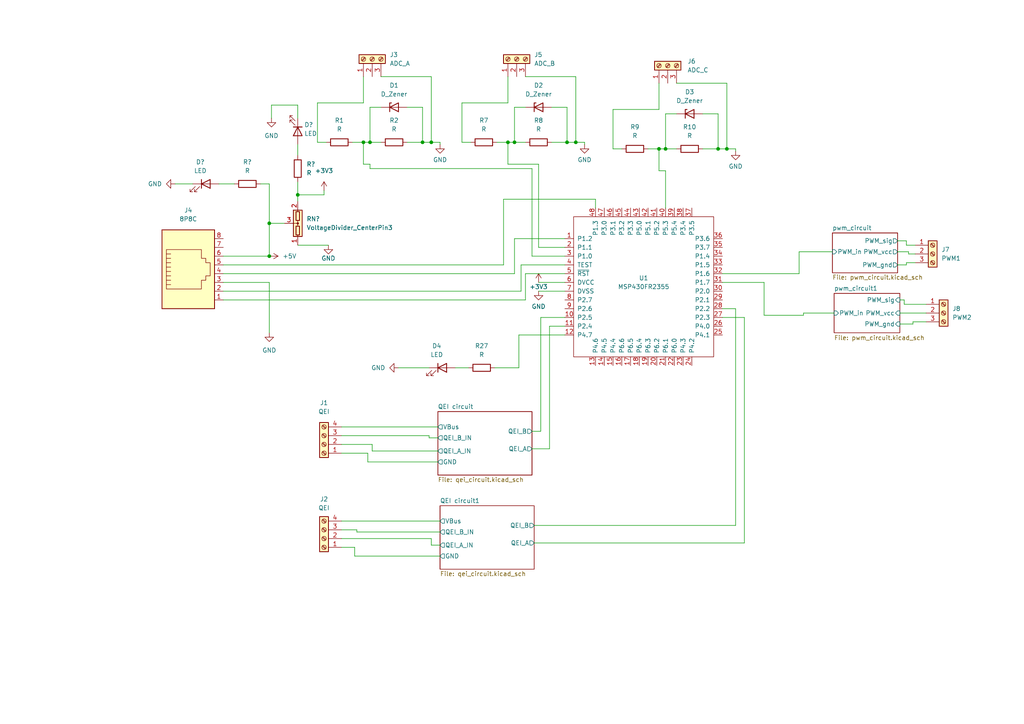
<source format=kicad_sch>
(kicad_sch (version 20211123) (generator eeschema)
  (paper "A4")
  (title_block (title "Remex") (date "2022-06-02") (rev "4.0.0") (company "Montana Tech NRMC") (comment 2 "creativecommons.org/licenses/by/4.0") (comment 3 "License: CC BY 4.0") (comment 4 "Author: Justin Bak"))
  (lib_symbols
    (symbol "Connector:8P8C" (pin_names (offset 1.016))
      (property "Reference" "J" (at -5.08 13.97 0))
      (property "Value" "8P8C" (at 2.54 13.97 0))
      (symbol "8P8C_0_1"
        (polyline (pts (xy -5.08 4.445) (xy -6.35 4.445)))
        (polyline (pts (xy -5.08 5.715) (xy -6.35 5.715)))
        (polyline (pts (xy -6.35 -3.175) (xy -5.08 -3.175) (xy -5.08 -3.175)))
        (polyline (pts (xy -6.35 -1.905) (xy -5.08 -1.905) (xy -5.08 -1.905)))
        (polyline (pts (xy -6.35 -0.635) (xy -5.08 -0.635) (xy -5.08 -0.635)))
        (polyline (pts (xy -6.35 0.635) (xy -5.08 0.635) (xy -5.08 0.635)))
        (polyline (pts (xy -6.35 1.905) (xy -5.08 1.905) (xy -5.08 1.905)))
        (polyline (pts (xy -5.08 3.175) (xy -6.35 3.175) (xy -6.35 3.175)))
        (polyline (pts (xy -6.35 -4.445) (xy -6.35 6.985) (xy 3.81 6.985) (xy 3.81 4.445) (xy 5.08 4.445) (xy 5.08 3.175) (xy 6.35 3.175) (xy 6.35 -0.635) (xy 5.08 -0.635) (xy 5.08 -1.905) (xy 3.81 -1.905) (xy 3.81 -4.445) (xy -6.35 -4.445) (xy -6.35 -4.445)))
        (rectangle (start 7.62 12.7) (end -7.62 -10.16) (stroke (width 0.254)) (fill (type background)))
      )
      (symbol "8P8C_1_1"
        (pin passive line (at 10.16 -7.62 180) (length 2.54) (name "~") (number "1"))
        (pin passive line (at 10.16 -5.08 180) (length 2.54) (name "~") (number "2"))
        (pin passive line (at 10.16 -2.54 180) (length 2.54) (name "~") (number "3"))
        (pin passive line (at 10.16 0 180) (length 2.54) (name "~") (number "4"))
        (pin passive line (at 10.16 2.54 180) (length 2.54) (name "~") (number "5"))
        (pin passive line (at 10.16 5.08 180) (length 2.54) (name "~") (number "6"))
        (pin passive line (at 10.16 7.62 180) (length 2.54) (name "~") (number "7"))
        (pin passive line (at 10.16 10.16 180) (length 2.54) (name "~") (number "8"))
      )
    )
    (symbol "Connector:Screw_Terminal_01x03" (pin_names (offset 1.016) hide)
      (property "Reference" "J" (at 0 5.08 0))
      (property "Value" "Screw_Terminal_01x03" (at 0 -5.08 0))
      (symbol "Screw_Terminal_01x03_1_1"
        (rectangle (start -1.27 3.81) (end 1.27 -3.81) (stroke (width 0.254)) (fill (type background)))
        (circle (center 0 -2.54) (radius 0.635) (stroke (width 0.1524)))
        (polyline (pts (xy -0.5334 -2.2098) (xy 0.3302 -3.048)) (stroke (width 0.1524)))
        (polyline (pts (xy -0.5334 0.3302) (xy 0.3302 -0.508)) (stroke (width 0.1524)))
        (polyline (pts (xy -0.5334 2.8702) (xy 0.3302 2.032)) (stroke (width 0.1524)))
        (polyline (pts (xy -0.3556 -2.032) (xy 0.508 -2.8702)) (stroke (width 0.1524)))
        (polyline (pts (xy -0.3556 0.508) (xy 0.508 -0.3302)) (stroke (width 0.1524)))
        (polyline (pts (xy -0.3556 3.048) (xy 0.508 2.2098)) (stroke (width 0.1524)))
        (circle (center 0 0) (radius 0.635) (stroke (width 0.1524)))
        (circle (center 0 2.54) (radius 0.635) (stroke (width 0.1524)))
        (pin passive line (at -5.08 2.54 0) (length 3.81) (name "Pin_1") (number "1"))
        (pin passive line (at -5.08 0 0) (length 3.81) (name "Pin_2") (number "2"))
        (pin passive line (at -5.08 -2.54 0) (length 3.81) (name "Pin_3") (number "3"))
      )
    )
    (symbol "Connector:Screw_Terminal_01x04" (pin_names (offset 1.016) hide)
      (property "Reference" "J" (at 0 5.08 0))
      (property "Value" "Screw_Terminal_01x04" (at 0 -7.62 0))
      (symbol "Screw_Terminal_01x04_1_1"
        (rectangle (start -1.27 3.81) (end 1.27 -6.35) (stroke (width 0.254)) (fill (type background)))
        (circle (center 0 -5.08) (radius 0.635) (stroke (width 0.1524)))
        (circle (center 0 -2.54) (radius 0.635) (stroke (width 0.1524)))
        (polyline (pts (xy -0.5334 -4.7498) (xy 0.3302 -5.588)) (stroke (width 0.1524)))
        (polyline (pts (xy -0.5334 -2.2098) (xy 0.3302 -3.048)) (stroke (width 0.1524)))
        (polyline (pts (xy -0.5334 0.3302) (xy 0.3302 -0.508)) (stroke (width 0.1524)))
        (polyline (pts (xy -0.5334 2.8702) (xy 0.3302 2.032)) (stroke (width 0.1524)))
        (polyline (pts (xy -0.3556 -4.572) (xy 0.508 -5.4102)) (stroke (width 0.1524)))
        (polyline (pts (xy -0.3556 -2.032) (xy 0.508 -2.8702)) (stroke (width 0.1524)))
        (polyline (pts (xy -0.3556 0.508) (xy 0.508 -0.3302)) (stroke (width 0.1524)))
        (polyline (pts (xy -0.3556 3.048) (xy 0.508 2.2098)) (stroke (width 0.1524)))
        (circle (center 0 0) (radius 0.635) (stroke (width 0.1524)))
        (circle (center 0 2.54) (radius 0.635) (stroke (width 0.1524)))
        (pin passive line (at -5.08 2.54 0) (length 3.81) (name "Pin_1") (number "1"))
        (pin passive line (at -5.08 0 0) (length 3.81) (name "Pin_2") (number "2"))
        (pin passive line (at -5.08 -2.54 0) (length 3.81) (name "Pin_3") (number "3"))
        (pin passive line (at -5.08 -5.08 0) (length 3.81) (name "Pin_4") (number "4"))
      )
    )
    (symbol "Device:D_Zener" (pin_numbers hide) (pin_names (offset 1.016) hide)
      (property "Reference" "D" (at 0 2.54 0))
      (property "Value" "D_Zener" (at 0 -2.54 0))
      (symbol "D_Zener_0_1"
        (polyline (pts (xy 1.27 0) (xy -1.27 0)))
        (polyline (pts (xy -1.27 -1.27) (xy -1.27 1.27) (xy -0.762 1.27)) (stroke (width 0.254)))
        (polyline (pts (xy 1.27 -1.27) (xy 1.27 1.27) (xy -1.27 0) (xy 1.27 -1.27)) (stroke (width 0.254)))
      )
      (symbol "D_Zener_1_1"
        (pin passive line (at -3.81 0 0) (length 2.54) (name "K") (number "1"))
        (pin passive line (at 3.81 0 180) (length 2.54) (name "A") (number "2"))
      )
    )
    (symbol "Device:LED" (pin_numbers hide) (pin_names (offset 1.016) hide)
      (property "Reference" "D" (at 0 2.54 0))
      (property "Value" "LED" (at 0 -2.54 0))
      (symbol "LED_0_1"
        (polyline (pts (xy -1.27 -1.27) (xy -1.27 1.27)) (stroke (width 0.254)))
        (polyline (pts (xy -1.27 0) (xy 1.27 0)))
        (polyline (pts (xy 1.27 -1.27) (xy 1.27 1.27) (xy -1.27 0) (xy 1.27 -1.27)) (stroke (width 0.254)))
        (polyline (pts (xy -3.048 -0.762) (xy -4.572 -2.286) (xy -3.81 -2.286) (xy -4.572 -2.286) (xy -4.572 -1.524)))
        (polyline (pts (xy -1.778 -0.762) (xy -3.302 -2.286) (xy -2.54 -2.286) (xy -3.302 -2.286) (xy -3.302 -1.524)))
      )
      (symbol "LED_1_1"
        (pin passive line (at -3.81 0 0) (length 2.54) (name "K") (number "1"))
        (pin passive line (at 3.81 0 180) (length 2.54) (name "A") (number "2"))
      )
    )
    (symbol "Device:R" (pin_numbers hide) (pin_names (offset 0))
      (property "Reference" "R" (at 2.032 0 90))
      (property "Value" "R" (at 0 0 90))
      (symbol "R_0_1"
        (rectangle (start -1.016 -2.54) (end 1.016 2.54) (stroke (width 0.254)))
      )
      (symbol "R_1_1"
        (pin passive line (at 0 3.81 270) (length 1.27) (name "~") (number "1"))
        (pin passive line (at 0 -3.81 90) (length 1.27) (name "~") (number "2"))
      )
    )
    (symbol "Device:VoltageDivider_CenterPin3" (pin_names (offset 0) hide)
      (property "Reference" "RN" (at -4.445 0 90))
      (property "Value" "VoltageDivider_CenterPin3" (at -2.54 0 90))
      (symbol "VoltageDivider_CenterPin3_0_1"
        (rectangle (start -1.27 -3.81) (end 1.27 3.81) (stroke (width 0.254)) (fill (type background)))
        (rectangle (start -0.508 -3.3782) (end 0.508 -0.8382) (stroke (width 0.254)))
        (rectangle (start -0.508 3.3782) (end 0.508 0.8382) (stroke (width 0.254)))
        (polyline (pts (xy 0 -5.08) (xy 0 -3.429)))
        (polyline (pts (xy 0 0.889) (xy 0 -0.889)))
        (polyline (pts (xy 0 5.08) (xy 0 3.3782)))
        (polyline (pts (xy 1.27 0) (xy 0 0)))
        (circle (center 0 0.0254) (radius 0.254) (fill (type outline)))
      )
      (symbol "VoltageDivider_CenterPin3_1_1"
        (pin passive line (at 0 6.35 270) (length 2.54) (name "~") (number "1"))
        (pin passive line (at 0 -6.35 90) (length 2.54) (name "~") (number "2"))
        (pin passive line (at 3.81 0 180) (length 2.54) (name "~") (number "3"))
      )
    )
    (symbol "nrmc:MSP430FR2355" (pin_names (offset 1.016))
      (property "Reference" "U" (at 0 3.81 0))
      (property "Value" "MSP430FR2355" (at 1.27 -3.81 0))
      (symbol "MSP430FR2355_0_1"
        (rectangle (start -20.32 20.32) (end 20.32 -20.32))
      )
      (symbol "MSP430FR2355_1_1"
        (pin input line (at -22.86 13.97 0) (length 2.54) (name "P1.2") (number "1"))
        (pin input line (at -22.86 -8.89 0) (length 2.54) (name "P2.5") (number "10"))
        (pin input line (at -22.86 -11.43 0) (length 2.54) (name "P2.4") (number "11"))
        (pin input line (at -22.86 -13.97 0) (length 2.54) (name "P4.7") (number "12"))
        (pin input line (at -13.97 -22.86 90) (length 2.54) (name "P4.6") (number "13"))
        (pin input line (at -11.43 -22.86 90) (length 2.54) (name "P4.5") (number "14"))
        (pin input line (at -8.89 -22.86 90) (length 2.54) (name "P4.4") (number "15"))
        (pin input line (at -6.35 -22.86 90) (length 2.54) (name "P6.6") (number "16"))
        (pin input line (at -3.81 -22.86 90) (length 2.54) (name "P6.5") (number "17"))
        (pin input line (at -1.27 -22.86 90) (length 2.54) (name "P6.4") (number "18"))
        (pin input line (at 1.27 -22.86 90) (length 2.54) (name "P6.3") (number "19"))
        (pin input line (at -22.86 11.43 0) (length 2.54) (name "P1.1") (number "2"))
        (pin input line (at 3.81 -22.86 90) (length 2.54) (name "P6.2") (number "20"))
        (pin input line (at 6.35 -22.86 90) (length 2.54) (name "P6.1") (number "21"))
        (pin input line (at 8.89 -22.86 90) (length 2.54) (name "P6.0") (number "22"))
        (pin input line (at 11.43 -22.86 90) (length 2.54) (name "P4.3") (number "23"))
        (pin input line (at 13.97 -22.86 90) (length 2.54) (name "P4.2") (number "24"))
        (pin input line (at 22.86 -13.97 180) (length 2.54) (name "P4.1") (number "25"))
        (pin input line (at 22.86 -11.43 180) (length 2.54) (name "P4.0") (number "26"))
        (pin input line (at 22.86 -8.89 180) (length 2.54) (name "P2.3") (number "27"))
        (pin input line (at 22.86 -6.35 180) (length 2.54) (name "P2.2") (number "28"))
        (pin input line (at 22.86 -3.81 180) (length 2.54) (name "P2.1") (number "29"))
        (pin input line (at -22.86 8.89 0) (length 2.54) (name "P1.0") (number "3"))
        (pin input line (at 22.86 -1.27 180) (length 2.54) (name "P2.0") (number "30"))
        (pin input line (at 22.86 1.27 180) (length 2.54) (name "P1.7") (number "31"))
        (pin input line (at 22.86 3.81 180) (length 2.54) (name "P1.6") (number "32"))
        (pin input line (at 22.86 6.35 180) (length 2.54) (name "P1.5") (number "33"))
        (pin input line (at 22.86 8.89 180) (length 2.54) (name "P1.4") (number "34"))
        (pin input line (at 22.86 11.43 180) (length 2.54) (name "P3.7") (number "35"))
        (pin input line (at 22.86 13.97 180) (length 2.54) (name "P3.6") (number "36"))
        (pin input line (at 13.97 22.86 270) (length 2.54) (name "P3.5") (number "37"))
        (pin input line (at 11.43 22.86 270) (length 2.54) (name "P3.4") (number "38"))
        (pin input line (at 8.89 22.86 270) (length 2.54) (name "P5.4") (number "39"))
        (pin input line (at -22.86 6.35 0) (length 2.54) (name "TEST") (number "4"))
        (pin input line (at 6.35 22.86 270) (length 2.54) (name "P5.3") (number "40"))
        (pin input line (at 3.81 22.86 270) (length 2.54) (name "P5.2") (number "41"))
        (pin input line (at 1.27 22.86 270) (length 2.54) (name "P5.1") (number "42"))
        (pin input line (at -1.27 22.86 270) (length 2.54) (name "P5.0") (number "43"))
        (pin input line (at -3.81 22.86 270) (length 2.54) (name "P3.3") (number "44"))
        (pin input line (at -6.35 22.86 270) (length 2.54) (name "P3.2") (number "45"))
        (pin input line (at -8.89 22.86 270) (length 2.54) (name "P3.1") (number "46"))
        (pin input line (at -11.43 22.86 270) (length 2.54) (name "P3.0") (number "47"))
        (pin input line (at -13.97 22.86 270) (length 2.54) (name "P1.3") (number "48"))
        (pin input line (at -22.86 3.81 0) (length 2.54) (name "~{RST}") (number "5"))
        (pin input line (at -22.86 1.27 0) (length 2.54) (name "DVCC") (number "6"))
        (pin input line (at -22.86 -1.27 0) (length 2.54) (name "DVSS") (number "7"))
        (pin input line (at -22.86 -3.81 0) (length 2.54) (name "P2.7") (number "8"))
        (pin input line (at -22.86 -6.35 0) (length 2.54) (name "P2.6") (number "9"))
      )
    )
    (symbol "power:+3V3" (power) (pin_names (offset 0))
      (property "Value" "+3V3" (at 0 3.556 0))
      (symbol "+3V3_0_1"
        (polyline (pts (xy -0.762 1.27) (xy 0 2.54)))
        (polyline (pts (xy 0 0) (xy 0 2.54)))
        (polyline (pts (xy 0 2.54) (xy 0.762 1.27)))
      )
      (symbol "+3V3_1_1"
        (pin power_in line (at 0 0 90) (length 0) hide (name "+3V3") (number "1"))
      )
    )
    (symbol "power:+5V" (power) (pin_names (offset 0))
      (property "Value" "+5V" (at 0 3.556 0))
      (symbol "+5V_0_1"
        (polyline (pts (xy -0.762 1.27) (xy 0 2.54)))
        (polyline (pts (xy 0 0) (xy 0 2.54)))
        (polyline (pts (xy 0 2.54) (xy 0.762 1.27)))
      )
      (symbol "+5V_1_1"
        (pin power_in line (at 0 0 90) (length 0) hide (name "+5V") (number "1"))
      )
    )
    (symbol "power:GND" (power) (pin_names (offset 0))
      (property "Value" "GND" (at 0 -3.81 0))
      (symbol "GND_0_1"
        (polyline (pts (xy 0 0) (xy 0 -1.27) (xy 1.27 -1.27) (xy 0 -2.54) (xy -1.27 -1.27) (xy 0 -1.27)))
      )
      (symbol "GND_1_1"
        (pin power_in line (at 0 0 270) (length 0) hide (name "GND") (number "1"))
      )
    )
  )
  (junction (at 78.105 74.295))
  (junction (at 149.225 41.275))
  (junction (at 191.135 43.18))
  (junction (at 147.32 41.275))
  (junction (at 125.095 41.275))
  (junction (at 107.315 41.275))
  (junction (at 208.28 43.18))
  (junction (at 78.105 64.77))
  (junction (at 210.82 43.18))
  (junction (at 86.36 56.515))
  (junction (at 164.465 41.275))
  (junction (at 105.41 41.275))
  (junction (at 122.555 41.275))
  (junction (at 193.04 43.18))
  (junction (at 167.005 41.275))
  (wire (pts (xy 124.46 126.365) (xy 124.46 127)))
  (wire (pts (xy 124.46 127) (xy 127 127)))
  (wire (pts (xy 64.77 81.915) (xy 78.105 81.915)))
  (wire (pts (xy 110.49 31.115) (xy 107.315 31.115)))
  (wire (pts (xy 78.105 64.77) (xy 78.105 53.34)))
  (wire (pts (xy 203.835 33.02) (xy 208.28 33.02)))
  (wire (pts (xy 215.9 157.48) (xy 154.94 157.48)))
  (wire (pts (xy 105.41 29.845) (xy 92.075 29.845)))
  (wire (pts (xy 210.82 43.18) (xy 213.36 43.18)))
  (wire (pts (xy 172.72 60.325) (xy 172.72 57.785)))
  (wire (pts (xy 262.89 71.12) (xy 262.89 69.85)))
  (wire (pts (xy 64.77 79.375) (xy 149.225 79.375)))
  (wire (pts (xy 152.4 22.225) (xy 167.005 22.225)))
  (wire (pts (xy 125.095 22.225) (xy 125.095 41.275)))
  (wire (pts (xy 86.36 52.705) (xy 86.36 56.515)))
  (wire (pts (xy 150.495 106.68) (xy 143.51 106.68)))
  (wire (pts (xy 262.89 76.835) (xy 260.35 76.835)))
  (wire (pts (xy 78.105 81.915) (xy 78.105 96.52)))
  (wire (pts (xy 163.83 84.455) (xy 156.21 84.455)))
  (wire (pts (xy 147.32 47.625) (xy 147.32 41.275)))
  (wire (pts (xy 78.105 53.34) (xy 75.565 53.34)))
  (wire (pts (xy 86.36 56.515) (xy 93.98 56.515)))
  (wire (pts (xy 154.305 125.095) (xy 156.845 125.095)))
  (wire (pts (xy 163.83 76.835) (xy 151.13 76.835)))
  (wire (pts (xy 264.795 93.345) (xy 264.795 93.98)))
  (wire (pts (xy 262.255 88.265) (xy 262.255 86.995)))
  (wire (pts (xy 209.55 79.375) (xy 231.775 79.375)))
  (wire (pts (xy 152.4 79.375) (xy 152.4 86.995)))
  (wire (pts (xy 213.36 43.18) (xy 213.36 43.815)))
  (wire (pts (xy 105.41 41.275) (xy 107.315 41.275)))
  (wire (pts (xy 163.83 71.755) (xy 156.21 71.755)))
  (wire (pts (xy 163.83 74.295) (xy 154.305 74.295)))
  (wire (pts (xy 133.985 41.275) (xy 136.525 41.275)))
  (wire (pts (xy 265.43 73.66) (xy 263.525 73.66)))
  (wire (pts (xy 221.615 91.44) (xy 233.045 91.44)))
  (wire (pts (xy 213.36 89.535) (xy 209.55 89.535)))
  (wire (pts (xy 127.635 161.29) (xy 102.87 161.29)))
  (wire (pts (xy 160.02 41.275) (xy 164.465 41.275)))
  (wire (pts (xy 103.505 154.305) (xy 103.505 153.67)))
  (wire (pts (xy 132.08 106.68) (xy 135.89 106.68)))
  (wire (pts (xy 154.94 152.4) (xy 213.36 152.4)))
  (wire (pts (xy 268.605 88.265) (xy 262.255 88.265)))
  (wire (pts (xy 260.985 90.805) (xy 268.605 90.805)))
  (wire (pts (xy 177.8 43.18) (xy 180.34 43.18)))
  (wire (pts (xy 106.68 131.445) (xy 106.68 133.985)))
  (wire (pts (xy 115.57 106.68) (xy 124.46 106.68)))
  (wire (pts (xy 86.36 71.12) (xy 95.25 71.12)))
  (wire (pts (xy 263.525 73.66) (xy 263.525 73.025)))
  (wire (pts (xy 169.545 41.275) (xy 169.545 41.91)))
  (wire (pts (xy 263.525 73.025) (xy 260.35 73.025)))
  (wire (pts (xy 50.8 53.34) (xy 55.88 53.34)))
  (wire (pts (xy 208.28 33.02) (xy 208.28 43.18)))
  (wire (pts (xy 146.05 57.785) (xy 146.05 76.835)))
  (wire (pts (xy 210.82 24.13) (xy 210.82 43.18)))
  (wire (pts (xy 127.635 154.305) (xy 103.505 154.305)))
  (wire (pts (xy 107.315 47.625) (xy 105.41 47.625)))
  (wire (pts (xy 160.02 31.115) (xy 164.465 31.115)))
  (wire (pts (xy 107.315 41.275) (xy 110.49 41.275)))
  (wire (pts (xy 196.215 33.02) (xy 193.04 33.02)))
  (wire (pts (xy 191.135 49.53) (xy 191.135 43.18)))
  (wire (pts (xy 78.105 74.295) (xy 78.105 64.77)))
  (wire (pts (xy 215.9 92.075) (xy 215.9 157.48)))
  (wire (pts (xy 156.21 81.915) (xy 163.83 81.915)))
  (wire (pts (xy 125.095 41.275) (xy 127.635 41.275)))
  (wire (pts (xy 233.045 90.805) (xy 233.045 91.44)))
  (wire (pts (xy 164.465 31.115) (xy 164.465 41.275)))
  (wire (pts (xy 105.41 47.625) (xy 105.41 41.275)))
  (wire (pts (xy 152.4 31.115) (xy 149.225 31.115)))
  (wire (pts (xy 159.385 130.175) (xy 154.305 130.175)))
  (wire (pts (xy 231.775 73.025) (xy 231.775 79.375)))
  (wire (pts (xy 152.4 79.375) (xy 163.83 79.375)))
  (wire (pts (xy 193.04 43.18) (xy 196.215 43.18)))
  (wire (pts (xy 63.5 53.34) (xy 67.945 53.34)))
  (wire (pts (xy 107.95 128.905) (xy 99.06 128.905)))
  (wire (pts (xy 163.83 94.615) (xy 159.385 94.615)))
  (wire (pts (xy 92.075 29.845) (xy 92.075 41.275)))
  (wire (pts (xy 262.89 69.85) (xy 260.35 69.85)))
  (wire (pts (xy 93.98 56.515) (xy 93.98 55.245)))
  (wire (pts (xy 122.555 31.115) (xy 122.555 41.275)))
  (wire (pts (xy 208.28 43.18) (xy 210.82 43.18)))
  (wire (pts (xy 102.87 158.75) (xy 99.06 158.75)))
  (wire (pts (xy 92.075 41.275) (xy 94.615 41.275)))
  (wire (pts (xy 64.77 76.835) (xy 146.05 76.835)))
  (wire (pts (xy 144.145 41.275) (xy 147.32 41.275)))
  (wire (pts (xy 118.11 31.115) (xy 122.555 31.115)))
  (wire (pts (xy 156.21 71.755) (xy 156.21 47.625)))
  (wire (pts (xy 102.235 41.275) (xy 105.41 41.275)))
  (wire (pts (xy 118.11 41.275) (xy 122.555 41.275)))
  (wire (pts (xy 147.32 47.625) (xy 156.21 47.625)))
  (wire (pts (xy 86.36 34.29) (xy 86.36 30.48)))
  (wire (pts (xy 265.43 76.2) (xy 262.89 76.2)))
  (wire (pts (xy 156.845 92.075) (xy 163.83 92.075)))
  (wire (pts (xy 264.795 93.98) (xy 260.985 93.98)))
  (wire (pts (xy 103.505 153.67) (xy 99.06 153.67)))
  (wire (pts (xy 203.835 43.18) (xy 208.28 43.18)))
  (wire (pts (xy 133.985 29.845) (xy 133.985 41.275)))
  (wire (pts (xy 151.13 76.835) (xy 151.13 84.455)))
  (wire (pts (xy 64.77 74.295) (xy 78.105 74.295)))
  (wire (pts (xy 193.04 60.325) (xy 193.04 49.53)))
  (wire (pts (xy 262.89 76.2) (xy 262.89 76.835)))
  (wire (pts (xy 78.105 64.77) (xy 82.55 64.77)))
  (wire (pts (xy 187.96 43.18) (xy 191.135 43.18)))
  (wire (pts (xy 209.55 92.075) (xy 215.9 92.075)))
  (wire (pts (xy 125.095 156.21) (xy 125.095 158.115)))
  (wire (pts (xy 163.83 69.215) (xy 149.225 69.215)))
  (wire (pts (xy 177.8 31.75) (xy 177.8 43.18)))
  (wire (pts (xy 265.43 71.12) (xy 262.89 71.12)))
  (wire (pts (xy 268.605 93.345) (xy 264.795 93.345)))
  (wire (pts (xy 99.06 126.365) (xy 124.46 126.365)))
  (wire (pts (xy 213.36 152.4) (xy 213.36 89.535)))
  (wire (pts (xy 151.13 84.455) (xy 64.77 84.455)))
  (wire (pts (xy 262.255 86.995) (xy 260.985 86.995)))
  (wire (pts (xy 154.305 74.295) (xy 154.305 48.895)))
  (wire (pts (xy 150.495 97.155) (xy 150.495 106.68)))
  (wire (pts (xy 99.06 151.13) (xy 127.635 151.13)))
  (wire (pts (xy 99.06 156.21) (xy 125.095 156.21)))
  (wire (pts (xy 86.36 56.515) (xy 86.36 58.42)))
  (wire (pts (xy 156.845 125.095) (xy 156.845 92.075)))
  (wire (pts (xy 193.04 49.53) (xy 191.135 49.53)))
  (wire (pts (xy 86.36 30.48) (xy 78.74 30.48)))
  (wire (pts (xy 164.465 41.275) (xy 167.005 41.275)))
  (wire (pts (xy 147.32 41.275) (xy 149.225 41.275)))
  (wire (pts (xy 163.83 97.155) (xy 150.495 97.155)))
  (wire (pts (xy 191.135 43.18) (xy 193.04 43.18)))
  (wire (pts (xy 149.225 69.215) (xy 149.225 79.375)))
  (wire (pts (xy 110.49 22.225) (xy 125.095 22.225)))
  (wire (pts (xy 147.32 22.225) (xy 147.32 29.845)))
  (wire (pts (xy 107.95 130.81) (xy 107.95 128.905)))
  (wire (pts (xy 99.06 131.445) (xy 106.68 131.445)))
  (wire (pts (xy 172.72 57.785) (xy 146.05 57.785)))
  (wire (pts (xy 105.41 22.225) (xy 105.41 29.845)))
  (wire (pts (xy 127.635 41.275) (xy 127.635 41.91)))
  (wire (pts (xy 191.135 31.75) (xy 177.8 31.75)))
  (wire (pts (xy 149.225 41.275) (xy 152.4 41.275)))
  (wire (pts (xy 127 130.81) (xy 107.95 130.81)))
  (wire (pts (xy 125.095 158.115) (xy 127.635 158.115)))
  (wire (pts (xy 193.04 33.02) (xy 193.04 43.18)))
  (wire (pts (xy 152.4 86.995) (xy 64.77 86.995)))
  (wire (pts (xy 86.36 41.91) (xy 86.36 45.085)))
  (wire (pts (xy 149.225 31.115) (xy 149.225 41.275)))
  (wire (pts (xy 196.215 24.13) (xy 210.82 24.13)))
  (wire (pts (xy 147.32 29.845) (xy 133.985 29.845)))
  (wire (pts (xy 231.775 73.025) (xy 241.3 73.025)))
  (wire (pts (xy 106.68 133.985) (xy 127 133.985)))
  (wire (pts (xy 191.135 24.13) (xy 191.135 31.75)))
  (wire (pts (xy 122.555 41.275) (xy 125.095 41.275)))
  (wire (pts (xy 209.55 81.915) (xy 221.615 81.915)))
  (wire (pts (xy 78.74 30.48) (xy 78.74 34.29)))
  (wire (pts (xy 107.315 48.895) (xy 107.315 47.625)))
  (wire (pts (xy 99.06 123.825) (xy 127 123.825)))
  (wire (pts (xy 107.315 31.115) (xy 107.315 41.275)))
  (wire (pts (xy 154.305 48.895) (xy 107.315 48.895)))
  (wire (pts (xy 159.385 94.615) (xy 159.385 130.175)))
  (wire (pts (xy 167.005 22.225) (xy 167.005 41.275)))
  (wire (pts (xy 102.87 161.29) (xy 102.87 158.75)))
  (wire (pts (xy 241.935 90.805) (xy 233.045 90.805)))
  (wire (pts (xy 221.615 81.915) (xy 221.615 91.44)))
  (wire (pts (xy 167.005 41.275) (xy 169.545 41.275)))
  (symbol (lib_id "power:GND") (at 115.57 106.68 270) (unit 1)
    (property "Reference" "#PWR032" (effects hide))
    (property "Value" "GND" (at 111.76 106.6799 90) (effects (justify right)))
  )
  (symbol (lib_id "Connector:Screw_Terminal_01x03") (at 149.86 17.145 90) (unit 1)
    (property "Reference" "J5" (at 154.94 15.8749 90) (effects (justify right)))
    (property "Value" "ADC_B" (at 154.94 18.4149 90) (effects (justify right)))
    (property "Footprint" "TerminalBlock:TerminalBlock_bornier-3_P5.08mm" (effects hide))
  )
  (symbol (lib_id "power:GND") (at 156.21 84.455 0) (unit 1)
    (property "Reference" "#PWR?" (effects hide))
    (property "Value" "GND" (at 156.21 88.9 0))
  )
  (symbol (lib_id "power:GND") (at 169.545 41.91 0) (unit 1)
    (property "Reference" "#PWR04" (effects hide))
    (property "Value" "GND" (at 169.545 46.355 0))
  )
  (symbol (lib_id "Device:R") (at 156.21 41.275 90) (unit 1)
    (property "Reference" "R8" (at 156.21 34.925 90))
    (property "Value" "R" (at 156.21 37.465 90))
    (property "Footprint" "Resistor_SMD:R_0603_1608Metric" (effects hide))
  )
  (symbol (lib_id "power:+3V3") (at 93.98 55.245 0) (unit 1)
    (property "Reference" "#PWR?" (effects hide))
    (property "Value" "+3V3" (at 93.98 49.53 0))
  )
  (symbol (lib_id "Device:LED") (at 86.36 38.1 270) (unit 1)
    (property "Reference" "D?" (at 88.265 36.195 90) (effects (justify left)))
    (property "Value" "LED" (at 88.265 38.735 90) (effects (justify left)))
  )
  (symbol (lib_id "Device:R") (at 184.15 43.18 90) (unit 1)
    (property "Reference" "R9" (at 184.15 36.83 90))
    (property "Value" "R" (at 184.15 39.37 90))
    (property "Footprint" "Resistor_SMD:R_0603_1608Metric" (effects hide))
  )
  (symbol (lib_id "power:+3V3") (at 156.21 81.915 0) (unit 1)
    (property "Reference" "#PWR033" (effects hide))
    (property "Value" "+3V3" (at 156.21 83.185 0))
  )
  (symbol (lib_id "Device:R") (at 86.36 48.895 0) (unit 1)
    (property "Reference" "R?" (at 88.9 47.6249 0) (effects (justify left)))
    (property "Value" "R" (at 88.9 50.1649 0) (effects (justify left)))
  )
  (symbol (lib_id "Device:LED") (at 128.27 106.68 0) (unit 1)
    (property "Reference" "D4" (at 126.6825 100.33 0))
    (property "Value" "LED" (at 126.6825 102.87 0))
    (property "Footprint" "LED_SMD:LED_0603_1608Metric" (effects hide))
  )
  (symbol (lib_id "Device:R") (at 98.425 41.275 90) (unit 1)
    (property "Reference" "R1" (at 98.425 34.925 90))
    (property "Value" "R" (at 98.425 37.465 90))
    (property "Footprint" "Resistor_SMD:R_0603_1608Metric" (effects hide))
  )
  (symbol (lib_id "Device:LED") (at 59.69 53.34 0) (unit 1)
    (property "Reference" "D?" (at 58.1025 46.99 0))
    (property "Value" "LED" (at 58.1025 49.53 0))
    (property "Footprint" "LED_SMD:LED_0603_1608Metric" (effects hide))
  )
  (symbol (lib_id "power:GND") (at 78.74 34.29 0) (unit 1)
    (property "Reference" "#PWR?" (effects hide))
    (property "Value" "GND" (at 78.74 39.37 0))
  )
  (symbol (lib_id "power:GND") (at 95.25 71.12 0) (unit 1)
    (property "Reference" "#PWR?" (effects hide))
    (property "Value" "GND" (at 95.25 74.93 0))
  )
  (symbol (lib_id "power:GND") (at 50.8 53.34 270) (unit 1)
    (property "Reference" "#PWR?" (effects hide))
    (property "Value" "GND" (at 46.99 53.3399 90) (effects (justify right)))
  )
  (symbol (lib_id "Device:R") (at 200.025 43.18 90) (unit 1)
    (property "Reference" "R10" (at 200.025 36.83 90))
    (property "Value" "R" (at 200.025 39.37 90))
    (property "Footprint" "Resistor_SMD:R_0603_1608Metric" (effects hide))
  )
  (symbol (lib_id "power:GND") (at 213.36 43.815 0) (unit 1)
    (property "Reference" "#PWR05" (effects hide))
    (property "Value" "GND" (at 213.36 48.26 0))
  )
  (symbol (lib_id "power:GND") (at 78.105 96.52 0) (unit 1)
    (property "Reference" "#PWR?" (effects hide))
    (property "Value" "GND" (at 78.105 101.6 0))
  )
  (symbol (lib_id "Connector:Screw_Terminal_01x03") (at 107.95 17.145 90) (unit 1)
    (property "Reference" "J3" (at 113.03 15.8749 90) (effects (justify right)))
    (property "Value" "ADC_A" (at 113.03 18.4149 90) (effects (justify right)))
    (property "Footprint" "TerminalBlock:TerminalBlock_bornier-3_P5.08mm" (effects hide))
  )
  (symbol (lib_id "Device:R") (at 140.335 41.275 90) (unit 1)
    (property "Reference" "R7" (at 140.335 34.925 90))
    (property "Value" "R" (at 140.335 37.465 90))
    (property "Footprint" "Resistor_SMD:R_0603_1608Metric" (effects hide))
  )
  (symbol (lib_id "Device:D_Zener") (at 200.025 33.02 0) (unit 1)
    (property "Reference" "D3" (at 200.025 26.67 0))
    (property "Value" "D_Zener" (at 200.025 29.21 0))
    (property "Footprint" "Diode_SMD:D_0603_1608Metric" (effects hide))
  )
  (symbol (lib_id "Connector:Screw_Terminal_01x03") (at 270.51 73.66 0) (unit 1)
    (property "Reference" "J7" (at 273.05 72.3899 0) (effects (justify left)))
    (property "Value" "PWM1" (at 273.05 74.9299 0) (effects (justify left)))
    (property "Footprint" "TerminalBlock:TerminalBlock_bornier-4_P5.08mm" (effects hide))
  )
  (symbol (lib_id "Device:D_Zener") (at 114.3 31.115 0) (unit 1)
    (property "Reference" "D1" (at 114.3 24.765 0))
    (property "Value" "D_Zener" (at 114.3 27.305 0))
    (property "Footprint" "Diode_SMD:D_0603_1608Metric" (effects hide))
  )
  (symbol (lib_id "Device:R") (at 114.3 41.275 90) (unit 1)
    (property "Reference" "R2" (at 114.3 34.925 90))
    (property "Value" "R" (at 114.3 37.465 90))
    (property "Footprint" "Resistor_SMD:R_0603_1608Metric" (effects hide))
  )
  (symbol (lib_id "nrmc:MSP430FR2355") (at 186.69 83.185 0) (unit 1)
    (property "Reference" "U1" (at 186.69 80.645 0))
    (property "Value" "MSP430FR2355" (at 186.69 83.185 0))
    (property "Footprint" "Package_QFP:LQFP-48_7x7mm_P0.5mm" (effects hide))
    (property "Datasheet" "https://www.ti.com/lit/ds/symlink/msp430fr2355.pdf?ts=1654034141742&ref_url=https%253A%252F%252Fwww.google.com%252F" (effects hide))
  )
  (symbol (lib_id "power:+5V") (at 78.105 74.295 270) (unit 1)
    (property "Reference" "#PWR?" (effects hide))
    (property "Value" "+5V" (at 81.915 74.2949 90) (effects (justify left)))
  )
  (symbol (lib_id "power:GND") (at 127.635 41.91 0) (unit 1)
    (property "Reference" "#PWR01" (effects hide))
    (property "Value" "GND" (at 127.635 46.355 0))
  )
  (symbol (lib_id "Device:D_Zener") (at 156.21 31.115 0) (unit 1)
    (property "Reference" "D2" (at 156.21 24.765 0))
    (property "Value" "D_Zener" (at 156.21 27.305 0))
    (property "Footprint" "Diode_SMD:D_0603_1608Metric" (effects hide))
  )
  (symbol (lib_id "Connector:Screw_Terminal_01x03") (at 273.685 90.805 0) (unit 1)
    (property "Reference" "J8" (at 276.225 89.5349 0) (effects (justify left)))
    (property "Value" "PWM2" (at 276.225 92.0749 0) (effects (justify left)))
    (property "Footprint" "TerminalBlock:TerminalBlock_bornier-3_P5.08mm" (effects hide))
  )
  (symbol (lib_id "Connector:8P8C") (at 54.61 79.375 0) (unit 1)
    (property "Reference" "J4" (at 54.61 60.9854 0))
    (property "Value" "8P8C" (at 54.61 63.5254 0))
    (property "Footprint" "Connector_RJ:RJ45_Amphenol_54602-x08_Horizontal" (effects hide))
  )
  (symbol (lib_id "Connector:Screw_Terminal_01x04") (at 93.98 156.21 180) (unit 1)
    (property "Reference" "J2" (at 93.98 144.78 0))
    (property "Value" "QEI" (at 93.98 147.32 0))
    (property "Footprint" "TerminalBlock:TerminalBlock_bornier-4_P5.08mm" (effects hide))
  )
  (symbol (lib_id "Device:R") (at 139.7 106.68 90) (unit 1)
    (property "Reference" "R27" (at 139.7 100.33 90))
    (property "Value" "R" (at 139.7 102.87 90))
    (property "Footprint" "Resistor_SMD:R_0603_1608Metric" (effects hide))
  )
  (symbol (lib_id "Connector:Screw_Terminal_01x03") (at 193.675 19.05 90) (unit 1)
    (property "Reference" "J6" (at 199.39 17.7799 90) (effects (justify right)))
    (property "Value" "ADC_C" (at 199.39 20.3199 90) (effects (justify right)))
    (property "Footprint" "TerminalBlock:TerminalBlock_bornier-3_P5.08mm" (effects hide))
  )
  (symbol (lib_id "Device:VoltageDivider_CenterPin3") (at 86.36 64.77 180) (unit 1)
    (property "Reference" "RN?" (at 88.9 63.4999 0) (effects (justify right)))
    (property "Value" "VoltageDivider_CenterPin3" (at 88.9 66.0399 0) (effects (justify right)))
    (property "Footprint" "Package_TO_SOT_SMD:SOT-23" (effects hide))
  )
  (symbol (lib_id "Device:R") (at 71.755 53.34 90) (unit 1)
    (property "Reference" "R?" (at 71.755 46.99 90))
    (property "Value" "R" (at 71.755 49.53 90))
    (property "Footprint" "Resistor_SMD:R_0603_1608Metric" (effects hide))
  )
  (symbol (lib_id "Connector:Screw_Terminal_01x04") (at 93.98 128.905 180) (unit 1)
    (property "Reference" "J1" (at 93.98 116.84 0))
    (property "Value" "QEI" (at 93.98 119.38 0))
    (property "Footprint" "TerminalBlock:TerminalBlock_bornier-4_P5.08mm" (effects hide))
  )
  (sheet (at 127 119.38) (size 27.305 18.415) (stroke (width 0.1524))
    (property "Sheet name" "QEI circuit" (at 127 118.6684 0) (effects (justify left bottom)))
    (property "Sheet file" "qei_circuit.kicad_sch" (at 127 138.3796 0) (effects (justify left top)))
    (pin "QEI_B" output (at 154.305 125.095 0))
    (pin "QEI_A" output (at 154.305 130.175 0))
    (pin "GND" output (at 127 133.985 180))
    (pin "VBus" output (at 127 123.825 180))
    (pin "QEI_B_IN" output (at 127 127 180))
    (pin "QEI_A_IN" output (at 127 130.81 180))
  )
  (sheet (at 241.935 85.09) (size 19.05 11.43) (stroke (width 0.1524))
    (property "Sheet name" "pwm_circuit1" (at 241.935 84.3784 0) (effects (justify left bottom)))
    (property "Sheet file" "pwm_circuit.kicad_sch" (at 241.935 97.2316 0) (effects (justify left top)))
    (pin "PWM_gnd" input (at 260.985 93.98 0))
    (pin "PWM_vcc" input (at 260.985 90.805 0))
    (pin "PWM_sig" input (at 260.985 86.995 0))
    (pin "PWM_in" input (at 241.935 90.805 180))
  )
  (sheet (at 127.635 146.685) (size 27.305 18.415) (stroke (width 0.1524))
    (property "Sheet name" "QEI circuit1" (at 127.635 145.9734 0) (effects (justify left bottom)))
    (property "Sheet file" "qei_circuit.kicad_sch" (at 127.635 165.6846 0) (effects (justify left top)))
    (pin "QEI_B" output (at 154.94 152.4 0))
    (pin "QEI_A" output (at 154.94 157.48 0))
    (pin "GND" output (at 127.635 161.29 180))
    (pin "VBus" output (at 127.635 151.13 180))
    (pin "QEI_B_IN" output (at 127.635 154.305 180))
    (pin "QEI_A_IN" output (at 127.635 158.115 180))
  )
  (sheet (at 241.427 67.564) (size 18.923 11.557) (stroke (width 0.1524))
    (property "Sheet name" "pwm_circuit" (at 241.427 66.8524 0) (effects (justify left bottom)))
    (property "Sheet file" "pwm_circuit.kicad_sch" (at 241.427 79.7056 0) (effects (justify left top)))
    (pin "PWM_gnd" output (at 260.35 76.835 0))
    (pin "PWM_vcc" output (at 260.35 73.025 0))
    (pin "PWM_sig" output (at 260.35 69.85 0))
    (pin "PWM_in" input (at 241.427 73.025 180))
  )
)
</source>
